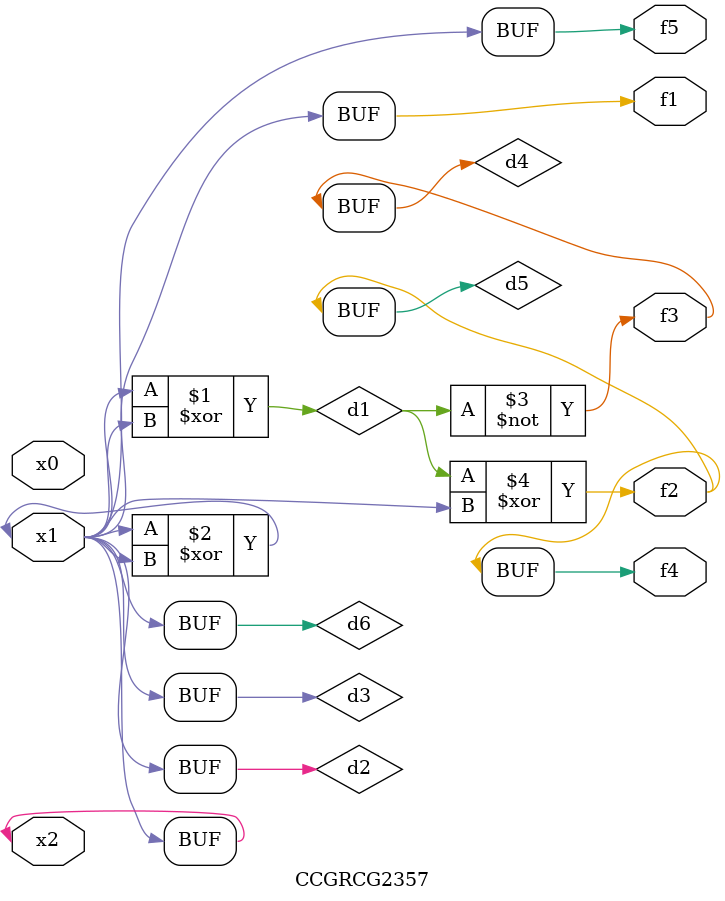
<source format=v>
module CCGRCG2357(
	input x0, x1, x2,
	output f1, f2, f3, f4, f5
);

	wire d1, d2, d3, d4, d5, d6;

	xor (d1, x1, x2);
	buf (d2, x1, x2);
	xor (d3, x1, x2);
	nor (d4, d1);
	xor (d5, d1, d2);
	buf (d6, d2, d3);
	assign f1 = d6;
	assign f2 = d5;
	assign f3 = d4;
	assign f4 = d5;
	assign f5 = d6;
endmodule

</source>
